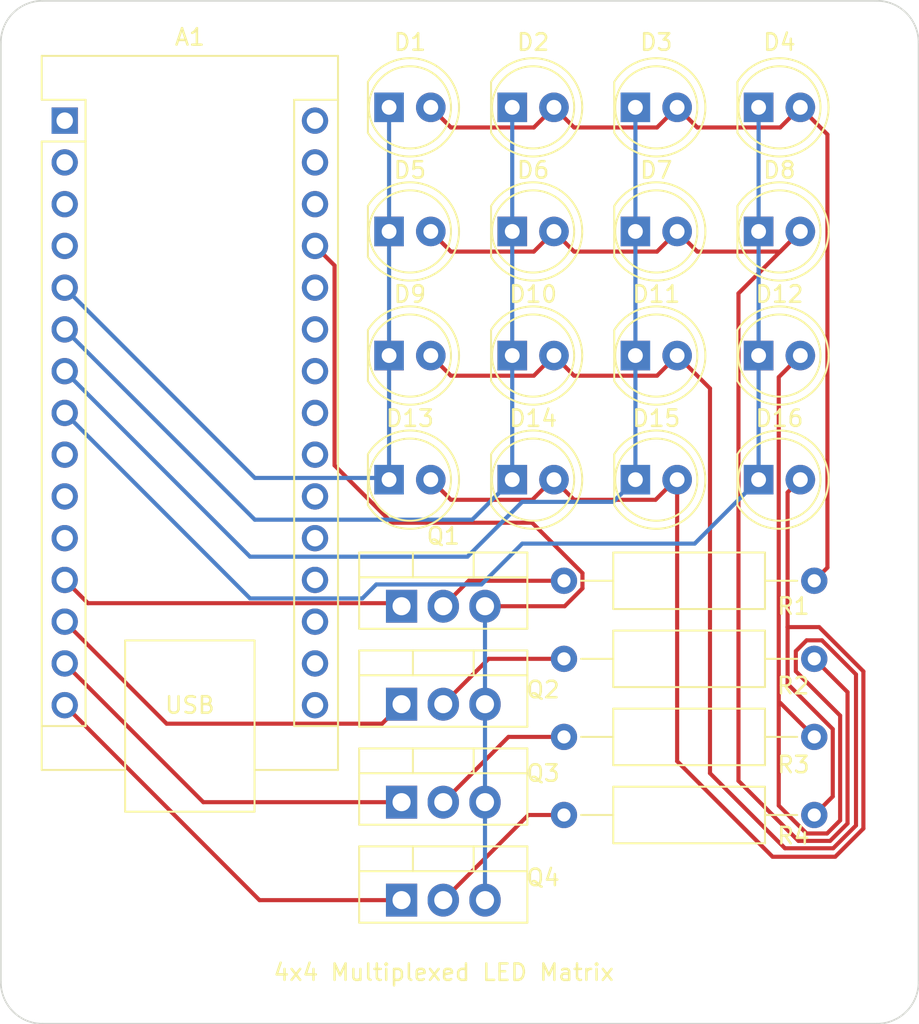
<source format=kicad_pcb>
(kicad_pcb (version 20221018) (generator pcbnew)
  (layers (0 "F.Cu" signal) (31 "B.Cu" signal) (34 "B.Paste" user) (35 "F.Paste" user) (36 "B.SilkS" user "B.Silkscreen") (37 "F.SilkS" user "F.Silkscreen") (38 "B.Mask" user) (39 "F.Mask" user) (44 "Edge.Cuts" user))
  (net 0 "")
  (net 5 "Net-(A1-D2)")
  (net 6 "Net-(A1-D3)")
  (net 7 "Net-(A1-D4)")
  (net 8 "Net-(A1-D5)")
  (net 9 "Net-(A1-D9)")
  (net 10 "Net-(A1-D10)")
  (net 11 "Net-(A1-D11)")
  (net 12 "Net-(A1-D12)")
  (net 23 "Net-(A1-+5V)")
  (net 26 "Net-(D13-A)")
  (net 27 "Net-(D1-A)")
  (net 28 "Net-(D5-A)")
  (net 29 "Net-(D10-A)")
  (net 30 "Net-(Q1-D)")
  (net 31 "Net-(Q2-D)")
  (net 32 "Net-(Q3-D)")
  (net 33 "Net-(Q4-D)")
  (footprint "LED_THT:LED_D5.0mm" (layer "F.Cu") (at 55.39 55.8)
    (fp_text reference "D13" (at 1.27 -3.73) (layer "F.SilkS"))
    (fp_text value "LED_45deg")
    (fp_line (start -1.29 -1.545) (end -1.29 1.545) (stroke (width 0.12)) (layer "F.SilkS"))
    (fp_arc (start -1.29 -1.54483) (mid 2.072002 -2.880433) (end 4.26 0.000462) (stroke (width 0.12)) (layer "F.SilkS"))
    (fp_arc (start 4.26 -0.000462) (mid 2.072002 2.880433) (end -1.29 1.54483) (stroke (width 0.12)) (layer "F.SilkS"))
    (fp_circle (center 1.27 0) (end 3.77 0) (stroke (width 0.12)) (fill none) (layer "F.SilkS"))
    (pad "1" thru_hole rect (at 0 0) (size 1.8 1.8) (drill 0.9) (layers "*.Cu" "*.Mask") (net 5 "Net-(A1-D2)"))
    (pad "2" thru_hole circle (at 2.54 0) (size 1.8 1.8) (drill 0.9) (layers "*.Cu" "*.Mask") (net 26 "Net-(D13-A)"))
  )
  (footprint "LED_THT:LED_D5.0mm" (layer "F.Cu") (at 62.89 55.8)
    (fp_text reference "D14" (at 1.27 -3.73) (layer "F.SilkS"))
    (fp_text value "LED_45deg")
    (fp_line (start -1.29 -1.545) (end -1.29 1.545) (stroke (width 0.12)) (layer "F.SilkS"))
    (fp_arc (start -1.29 -1.54483) (mid 2.072002 -2.880433) (end 4.26 0.000462) (stroke (width 0.12)) (layer "F.SilkS"))
    (fp_arc (start 4.26 -0.000462) (mid 2.072002 2.880433) (end -1.29 1.54483) (stroke (width 0.12)) (layer "F.SilkS"))
    (fp_circle (center 1.27 0) (end 3.77 0) (stroke (width 0.12)) (fill none) (layer "F.SilkS"))
    (pad "1" thru_hole rect (at 0 0) (size 1.8 1.8) (drill 0.9) (layers "*.Cu" "*.Mask") (net 6 "Net-(A1-D3)"))
    (pad "2" thru_hole circle (at 2.54 0) (size 1.8 1.8) (drill 0.9) (layers "*.Cu" "*.Mask") (net 26 "Net-(D13-A)"))
  )
  (footprint "LED_THT:LED_D5.0mm" (layer "F.Cu") (at 70.39 40.7)
    (fp_text reference "D7" (at 1.27 -3.73) (layer "F.SilkS"))
    (fp_text value "LED_45deg")
    (fp_line (start -1.29 -1.545) (end -1.29 1.545) (stroke (width 0.12)) (layer "F.SilkS"))
    (fp_arc (start -1.29 -1.54483) (mid 2.072002 -2.880433) (end 4.26 0.000462) (stroke (width 0.12)) (layer "F.SilkS"))
    (fp_arc (start 4.26 -0.000462) (mid 2.072002 2.880433) (end -1.29 1.54483) (stroke (width 0.12)) (layer "F.SilkS"))
    (fp_circle (center 1.27 0) (end 3.77 0) (stroke (width 0.12)) (fill none) (layer "F.SilkS"))
    (pad "1" thru_hole rect (at 0 0) (size 1.8 1.8) (drill 0.9) (layers "*.Cu" "*.Mask") (net 7 "Net-(A1-D4)"))
    (pad "2" thru_hole circle (at 2.54 0) (size 1.8 1.8) (drill 0.9) (layers "*.Cu" "*.Mask") (net 28 "Net-(D5-A)"))
  )
  (footprint "LED_THT:LED_D5.0mm" (layer "F.Cu") (at 62.89 40.7)
    (fp_text reference "D6" (at 1.27 -3.73) (layer "F.SilkS"))
    (fp_text value "LED_45deg")
    (fp_line (start -1.29 -1.545) (end -1.29 1.545) (stroke (width 0.12)) (layer "F.SilkS"))
    (fp_arc (start -1.29 -1.54483) (mid 2.072002 -2.880433) (end 4.26 0.000462) (stroke (width 0.12)) (layer "F.SilkS"))
    (fp_arc (start 4.26 -0.000462) (mid 2.072002 2.880433) (end -1.29 1.54483) (stroke (width 0.12)) (layer "F.SilkS"))
    (fp_circle (center 1.27 0) (end 3.77 0) (stroke (width 0.12)) (fill none) (layer "F.SilkS"))
    (pad "1" thru_hole rect (at 0 0) (size 1.8 1.8) (drill 0.9) (layers "*.Cu" "*.Mask") (net 6 "Net-(A1-D3)"))
    (pad "2" thru_hole circle (at 2.54 0) (size 1.8 1.8) (drill 0.9) (layers "*.Cu" "*.Mask") (net 28 "Net-(D5-A)"))
  )
  (footprint "LED_THT:LED_D5.0mm" (layer "F.Cu") (at 77.89 40.7)
    (fp_text reference "D8" (at 1.27 -3.73) (layer "F.SilkS"))
    (fp_text value "LED_45deg")
    (fp_line (start -1.29 -1.545) (end -1.29 1.545) (stroke (width 0.12)) (layer "F.SilkS"))
    (fp_arc (start -1.29 -1.54483) (mid 2.072002 -2.880433) (end 4.26 0.000462) (stroke (width 0.12)) (layer "F.SilkS"))
    (fp_arc (start 4.26 -0.000462) (mid 2.072002 2.880433) (end -1.29 1.54483) (stroke (width 0.12)) (layer "F.SilkS"))
    (fp_circle (center 1.27 0) (end 3.77 0) (stroke (width 0.12)) (fill none) (layer "F.SilkS"))
    (pad "1" thru_hole rect (at 0 0) (size 1.8 1.8) (drill 0.9) (layers "*.Cu" "*.Mask") (net 8 "Net-(A1-D5)"))
    (pad "2" thru_hole circle (at 2.54 0) (size 1.8 1.8) (drill 0.9) (layers "*.Cu" "*.Mask") (net 28 "Net-(D5-A)"))
  )
  (footprint "Resistor_THT:R_Axial_DIN0309_L9.0mm_D3.2mm_P15.24mm_Horizontal" (layer "F.Cu") (at 81.28 71.45 180)
    (fp_text reference "R3" (at 1.27 -1.690502) (layer "F.SilkS"))
    (fp_text value "R")
    (fp_line (start 1.04 0) (end 3 0) (stroke (width 0.12)) (layer "F.SilkS"))
    (fp_line (start 3 -1.72) (end 3 1.72) (stroke (width 0.12)) (layer "F.SilkS"))
    (fp_line (start 3 1.72) (end 12.24 1.72) (stroke (width 0.12)) (layer "F.SilkS"))
    (fp_line (start 12.24 -1.72) (end 3 -1.72) (stroke (width 0.12)) (layer "F.SilkS"))
    (fp_line (start 12.24 1.72) (end 12.24 -1.72) (stroke (width 0.12)) (layer "F.SilkS"))
    (fp_line (start 14.2 0) (end 12.24 0) (stroke (width 0.12)) (layer "F.SilkS"))
    (pad "1" thru_hole circle (at 0 0 180) (size 1.6 1.6) (drill 0.8) (layers "*.Cu" "*.Mask") (net 29 "Net-(D10-A)"))
    (pad "2" thru_hole oval (at 15.24 0 180) (size 1.6 1.6) (drill 0.8) (layers "*.Cu" "*.Mask") (net 32 "Net-(Q3-D)"))
  )
  (footprint "Resistor_THT:R_Axial_DIN0309_L9.0mm_D3.2mm_P15.24mm_Horizontal" (layer "F.Cu") (at 81.28 76.2 180)
    (fp_text reference "R4" (at 1.27 -1.27) (layer "F.SilkS"))
    (fp_text value "R")
    (fp_line (start 1.04 0) (end 3 0) (stroke (width 0.12)) (layer "F.SilkS"))
    (fp_line (start 3 -1.72) (end 3 1.72) (stroke (width 0.12)) (layer "F.SilkS"))
    (fp_line (start 3 1.72) (end 12.24 1.72) (stroke (width 0.12)) (layer "F.SilkS"))
    (fp_line (start 12.24 -1.72) (end 3 -1.72) (stroke (width 0.12)) (layer "F.SilkS"))
    (fp_line (start 12.24 1.72) (end 12.24 -1.72) (stroke (width 0.12)) (layer "F.SilkS"))
    (fp_line (start 14.2 0) (end 12.24 0) (stroke (width 0.12)) (layer "F.SilkS"))
    (pad "1" thru_hole circle (at 0 0 180) (size 1.6 1.6) (drill 0.8) (layers "*.Cu" "*.Mask") (net 26 "Net-(D13-A)"))
    (pad "2" thru_hole oval (at 15.24 0 180) (size 1.6 1.6) (drill 0.8) (layers "*.Cu" "*.Mask") (net 33 "Net-(Q4-D)"))
  )
  (footprint "LED_THT:LED_D5.0mm" (layer "F.Cu") (at 62.89 33.15)
    (fp_text reference "D2" (at 1.27 -3.96) (layer "F.SilkS"))
    (fp_text value "LED_45deg")
    (fp_line (start -1.29 -1.545) (end -1.29 1.545) (stroke (width 0.12)) (layer "F.SilkS"))
    (fp_arc (start -1.29 -1.54483) (mid 2.072002 -2.880433) (end 4.26 0.000462) (stroke (width 0.12)) (layer "F.SilkS"))
    (fp_arc (start 4.26 -0.000462) (mid 2.072002 2.880433) (end -1.29 1.54483) (stroke (width 0.12)) (layer "F.SilkS"))
    (fp_circle (center 1.27 0) (end 3.77 0) (stroke (width 0.12)) (fill none) (layer "F.SilkS"))
    (pad "1" thru_hole rect (at 0 0) (size 1.8 1.8) (drill 0.9) (layers "*.Cu" "*.Mask") (net 6 "Net-(A1-D3)"))
    (pad "2" thru_hole circle (at 2.54 0) (size 1.8 1.8) (drill 0.9) (layers "*.Cu" "*.Mask") (net 27 "Net-(D1-A)"))
  )
  (footprint "Module:Arduino_Nano" (layer "F.Cu") (at 35.64 33.96)
    (fp_text reference "A1" (at 7.62 -5.08) (layer "F.SilkS"))
    (fp_text value "Arduino_Nano_v2.x")
    (fp_text user "USB" (at 7.62 35.56 unlocked) (layer "F.SilkS"))
    (fp_line (start -1.4 -3.94) (end -1.4 -1.27) (stroke (width 0.12)) (layer "F.SilkS"))
    (fp_line (start -1.4 1.27) (end -1.4 39.5) (stroke (width 0.12)) (layer "F.SilkS"))
    (fp_line (start -1.4 39.5) (end 3.68 39.5) (stroke (width 0.12)) (layer "F.SilkS"))
    (fp_line (start 1.27 -1.27) (end -1.4 -1.27) (stroke (width 0.12)) (layer "F.SilkS"))
    (fp_line (start 1.27 1.27) (end -1.4 1.27) (stroke (width 0.12)) (layer "F.SilkS"))
    (fp_line (start 1.27 1.27) (end 1.27 -1.27) (stroke (width 0.12)) (layer "F.SilkS"))
    (fp_line (start 1.27 1.27) (end 1.27 36.83) (stroke (width 0.12)) (layer "F.SilkS"))
    (fp_line (start 1.27 36.83) (end -1.4 36.83) (stroke (width 0.12)) (layer "F.SilkS"))
    (fp_line (start 3.68 31.62) (end 11.56 31.62) (stroke (width 0.12)) (layer "F.SilkS"))
    (fp_line (start 3.68 42.04) (end 3.68 31.62) (stroke (width 0.12)) (layer "F.SilkS"))
    (fp_line (start 11.56 31.62) (end 11.56 42.04) (stroke (width 0.12)) (layer "F.SilkS"))
    (fp_line (start 11.56 42.04) (end 3.68 42.04) (stroke (width 0.12)) (layer "F.SilkS"))
    (fp_line (start 13.97 -1.27) (end 13.97 36.83) (stroke (width 0.12)) (layer "F.SilkS"))
    (fp_line (start 13.97 -1.27) (end 16.64 -1.27) (stroke (width 0.12)) (layer "F.SilkS"))
    (fp_line (start 13.97 36.83) (end 16.64 36.83) (stroke (width 0.12)) (layer "F.SilkS"))
    (fp_line (start 16.64 -3.94) (end -1.4 -3.94) (stroke (width 0.12)) (layer "F.SilkS"))
    (fp_line (start 16.64 39.5) (end 11.56 39.5) (stroke (width 0.12)) (layer "F.SilkS"))
    (fp_line (start 16.64 39.5) (end 16.64 -3.94) (stroke (width 0.12)) (layer "F.SilkS"))
    (pad "1" thru_hole rect (at 0 0) (size 1.6 1.6) (drill 1) (layers "*.Cu" "*.Mask"))
    (pad "2" thru_hole oval (at 0 2.54) (size 1.6 1.6) (drill 1) (layers "*.Cu" "*.Mask"))
    (pad "3" thru_hole oval (at 0 5.08) (size 1.6 1.6) (drill 1) (layers "*.Cu" "*.Mask"))
    (pad "4" thru_hole oval (at 0 7.62) (size 1.6 1.6) (drill 1) (layers "*.Cu" "*.Mask"))
    (pad "5" thru_hole oval (at 0 10.16) (size 1.6 1.6) (drill 1) (layers "*.Cu" "*.Mask") (net 5 "Net-(A1-D2)"))
    (pad "6" thru_hole oval (at 0 12.7) (size 1.6 1.6) (drill 1) (layers "*.Cu" "*.Mask") (net 6 "Net-(A1-D3)"))
    (pad "7" thru_hole oval (at 0 15.24) (size 1.6 1.6) (drill 1) (layers "*.Cu" "*.Mask") (net 7 "Net-(A1-D4)"))
    (pad "8" thru_hole oval (at 0 17.78) (size 1.6 1.6) (drill 1) (layers "*.Cu" "*.Mask") (net 8 "Net-(A1-D5)"))
    (pad "9" thru_hole oval (at 0 20.32) (size 1.6 1.6) (drill 1) (layers "*.Cu" "*.Mask"))
    (pad "10" thru_hole oval (at 0 22.86) (size 1.6 1.6) (drill 1) (layers "*.Cu" "*.Mask"))
    (pad "11" thru_hole oval (at 0 25.4) (size 1.6 1.6) (drill 1) (layers "*.Cu" "*.Mask"))
    (pad "12" thru_hole oval (at 0 27.94) (size 1.6 1.6) (drill 1) (layers "*.Cu" "*.Mask") (net 9 "Net-(A1-D9)"))
    (pad "13" thru_hole oval (at 0 30.48) (size 1.6 1.6) (drill 1) (layers "*.Cu" "*.Mask") (net 10 "Net-(A1-D10)"))
    (pad "14" thru_hole oval (at 0 33.02) (size 1.6 1.6) (drill 1) (layers "*.Cu" "*.Mask") (net 11 "Net-(A1-D11)"))
    (pad "15" thru_hole oval (at 0 35.56) (size 1.6 1.6) (drill 1) (layers "*.Cu" "*.Mask") (net 12 "Net-(A1-D12)"))
    (pad "16" thru_hole oval (at 15.24 35.56) (size 1.6 1.6) (drill 1) (layers "*.Cu" "*.Mask"))
    (pad "17" thru_hole oval (at 15.24 33.02) (size 1.6 1.6) (drill 1) (layers "*.Cu" "*.Mask"))
    (pad "18" thru_hole oval (at 15.24 30.48) (size 1.6 1.6) (drill 1) (layers "*.Cu" "*.Mask"))
    (pad "19" thru_hole oval (at 15.24 27.94) (size 1.6 1.6) (drill 1) (layers "*.Cu" "*.Mask"))
    (pad "20" thru_hole oval (at 15.24 25.4) (size 1.6 1.6) (drill 1) (layers "*.Cu" "*.Mask"))
    (pad "21" thru_hole oval (at 15.24 22.86) (size 1.6 1.6) (drill 1) (layers "*.Cu" "*.Mask"))
    (pad "22" thru_hole oval (at 15.24 20.32) (size 1.6 1.6) (drill 1) (layers "*.Cu" "*.Mask"))
    (pad "23" thru_hole oval (at 15.24 17.78) (size 1.6 1.6) (drill 1) (layers "*.Cu" "*.Mask"))
    (pad "24" thru_hole oval (at 15.24 15.24) (size 1.6 1.6) (drill 1) (layers "*.Cu" "*.Mask"))
    (pad "25" thru_hole oval (at 15.24 12.7) (size 1.6 1.6) (drill 1) (layers "*.Cu" "*.Mask"))
    (pad "26" thru_hole oval (at 15.24 10.16) (size 1.6 1.6) (drill 1) (layers "*.Cu" "*.Mask"))
    (pad "27" thru_hole oval (at 15.24 7.62) (size 1.6 1.6) (drill 1) (layers "*.Cu" "*.Mask") (net 23 "Net-(A1-+5V)"))
    (pad "28" thru_hole oval (at 15.24 5.08) (size 1.6 1.6) (drill 1) (layers "*.Cu" "*.Mask"))
    (pad "29" thru_hole oval (at 15.24 2.54) (size 1.6 1.6) (drill 1) (layers "*.Cu" "*.Mask"))
    (pad "30" thru_hole oval (at 15.24 0) (size 1.6 1.6) (drill 1) (layers "*.Cu" "*.Mask"))
  )
  (footprint "Resistor_THT:R_Axial_DIN0309_L9.0mm_D3.2mm_P15.24mm_Horizontal" (layer "F.Cu") (at 81.28 66.7 180)
    (fp_text reference "R2" (at 1.288479 -1.641255) (layer "F.SilkS"))
    (fp_text value "R")
    (fp_line (start 1.04 0) (end 3 0) (stroke (width 0.12)) (layer "F.SilkS"))
    (fp_line (start 3 -1.72) (end 3 1.72) (stroke (width 0.12)) (layer "F.SilkS"))
    (fp_line (start 3 1.72) (end 12.24 1.72) (stroke (width 0.12)) (layer "F.SilkS"))
    (fp_line (start 12.24 -1.72) (end 3 -1.72) (stroke (width 0.12)) (layer "F.SilkS"))
    (fp_line (start 12.24 1.72) (end 12.24 -1.72) (stroke (width 0.12)) (layer "F.SilkS"))
    (fp_line (start 14.2 0) (end 12.24 0) (stroke (width 0.12)) (layer "F.SilkS"))
    (pad "1" thru_hole circle (at 0 0 180) (size 1.6 1.6) (drill 0.8) (layers "*.Cu" "*.Mask") (net 28 "Net-(D5-A)"))
    (pad "2" thru_hole oval (at 15.24 0 180) (size 1.6 1.6) (drill 0.8) (layers "*.Cu" "*.Mask") (net 31 "Net-(Q2-D)"))
  )
  (footprint "LED_THT:LED_D5.0mm" (layer "F.Cu") (at 77.89 55.8)
    (fp_text reference "D16" (at 1.27 -3.73) (layer "F.SilkS"))
    (fp_text value "LED_45deg")
    (fp_line (start -1.29 -1.545) (end -1.29 1.545) (stroke (width 0.12)) (layer "F.SilkS"))
    (fp_arc (start -1.29 -1.54483) (mid 2.072002 -2.880433) (end 4.26 0.000462) (stroke (width 0.12)) (layer "F.SilkS"))
    (fp_arc (start 4.26 -0.000462) (mid 2.072002 2.880433) (end -1.29 1.54483) (stroke (width 0.12)) (layer "F.SilkS"))
    (fp_circle (center 1.27 0) (end 3.77 0) (stroke (width 0.12)) (fill none) (layer "F.SilkS"))
    (pad "1" thru_hole rect (at 0 0) (size 1.8 1.8) (drill 0.9) (layers "*.Cu" "*.Mask") (net 8 "Net-(A1-D5)"))
    (pad "2" thru_hole circle (at 2.54 0) (size 1.8 1.8) (drill 0.9) (layers "*.Cu" "*.Mask") (net 26 "Net-(D13-A)"))
  )
  (footprint "LED_THT:LED_D5.0mm" (layer "F.Cu") (at 77.89 48.25)
    (fp_text reference "D12" (at 1.27 -3.73) (layer "F.SilkS"))
    (fp_text value "LED_45deg")
    (fp_line (start -1.29 -1.545) (end -1.29 1.545) (stroke (width 0.12)) (layer "F.SilkS"))
    (fp_arc (start -1.29 -1.54483) (mid 2.072002 -2.880433) (end 4.26 0.000462) (stroke (width 0.12)) (layer "F.SilkS"))
    (fp_arc (start 4.26 -0.000462) (mid 2.072002 2.880433) (end -1.29 1.54483) (stroke (width 0.12)) (layer "F.SilkS"))
    (fp_circle (center 1.27 0) (end 3.77 0) (stroke (width 0.12)) (fill none) (layer "F.SilkS"))
    (pad "1" thru_hole rect (at 0 0) (size 1.8 1.8) (drill 0.9) (layers "*.Cu" "*.Mask") (net 8 "Net-(A1-D5)"))
    (pad "2" thru_hole circle (at 2.54 0) (size 1.8 1.8) (drill 0.9) (layers "*.Cu" "*.Mask") (net 29 "Net-(D10-A)"))
  )
  (footprint "LED_THT:LED_D5.0mm" (layer "F.Cu") (at 77.89 33.15)
    (fp_text reference "D4" (at 1.27 -3.96) (layer "F.SilkS"))
    (fp_text value "LED_45deg")
    (fp_line (start -1.29 -1.545) (end -1.29 1.545) (stroke (width 0.12)) (layer "F.SilkS"))
    (fp_arc (start -1.29 -1.54483) (mid 2.072002 -2.880433) (end 4.26 0.000462) (stroke (width 0.12)) (layer "F.SilkS"))
    (fp_arc (start 4.26 -0.000462) (mid 2.072002 2.880433) (end -1.29 1.54483) (stroke (width 0.12)) (layer "F.SilkS"))
    (fp_circle (center 1.27 0) (end 3.77 0) (stroke (width 0.12)) (fill none) (layer "F.SilkS"))
    (pad "1" thru_hole rect (at 0 0) (size 1.8 1.8) (drill 0.9) (layers "*.Cu" "*.Mask") (net 8 "Net-(A1-D5)"))
    (pad "2" thru_hole circle (at 2.54 0) (size 1.8 1.8) (drill 0.9) (layers "*.Cu" "*.Mask") (net 27 "Net-(D1-A)"))
  )
  (footprint "LED_THT:LED_D5.0mm" (layer "F.Cu") (at 55.39 48.25)
    (fp_text reference "D9" (at 1.27 -3.73) (layer "F.SilkS"))
    (fp_text value "LED_45deg")
    (fp_line (start -1.29 -1.545) (end -1.29 1.545) (stroke (width 0.12)) (layer "F.SilkS"))
    (fp_arc (start -1.29 -1.54483) (mid 2.072002 -2.880433) (end 4.26 0.000462) (stroke (width 0.12)) (layer "F.SilkS"))
    (fp_arc (start 4.26 -0.000462) (mid 2.072002 2.880433) (end -1.29 1.54483) (stroke (width 0.12)) (layer "F.SilkS"))
    (fp_circle (center 1.27 0) (end 3.77 0) (stroke (width 0.12)) (fill none) (layer "F.SilkS"))
    (pad "1" thru_hole rect (at 0 0) (size 1.8 1.8) (drill 0.9) (layers "*.Cu" "*.Mask") (net 5 "Net-(A1-D2)"))
    (pad "2" thru_hole circle (at 2.54 0) (size 1.8 1.8) (drill 0.9) (layers "*.Cu" "*.Mask") (net 29 "Net-(D10-A)"))
  )
  (footprint "Package_TO_SOT_THT:TO-220-3_Vertical" (layer "F.Cu") (at 56.15 63.5)
    (fp_text reference "Q1" (at 2.54 -4.27) (layer "F.SilkS"))
    (fp_text value "IRF740")
    (fp_line (start -2.58 -3.27) (end -2.58 1.371) (stroke (width 0.12)) (layer "F.SilkS"))
    (fp_line (start -2.58 -3.27) (end 7.66 -3.27) (stroke (width 0.12)) (layer "F.SilkS"))
    (fp_line (start -2.58 -1.76) (end 7.66 -1.76) (stroke (width 0.12)) (layer "F.SilkS"))
    (fp_line (start -2.58 1.371) (end 7.66 1.371) (stroke (width 0.12)) (layer "F.SilkS"))
    (fp_line (start 0.69 -3.27) (end 0.69 -1.76) (stroke (width 0.12)) (layer "F.SilkS"))
    (fp_line (start 4.391 -3.27) (end 4.391 -1.76) (stroke (width 0.12)) (layer "F.SilkS"))
    (fp_line (start 7.66 -3.27) (end 7.66 1.371) (stroke (width 0.12)) (layer "F.SilkS"))
    (pad "1" thru_hole rect (at 0 0) (size 1.905 2) (drill 1.1) (layers "*.Cu" "*.Mask") (net 9 "Net-(A1-D9)"))
    (pad "2" thru_hole oval (at 2.54 0) (size 1.905 2) (drill 1.1) (layers "*.Cu" "*.Mask") (net 30 "Net-(Q1-D)"))
    (pad "3" thru_hole oval (at 5.08 0) (size 1.905 2) (drill 1.1) (layers "*.Cu" "*.Mask") (net 23 "Net-(A1-+5V)"))
  )
  (footprint "LED_THT:LED_D5.0mm" (layer "F.Cu") (at 70.39 33.15)
    (fp_text reference "D3" (at 1.27 -3.96) (layer "F.SilkS"))
    (fp_text value "LED_45deg")
    (fp_line (start -1.29 -1.545) (end -1.29 1.545) (stroke (width 0.12)) (layer "F.SilkS"))
    (fp_arc (start -1.29 -1.54483) (mid 2.072002 -2.880433) (end 4.26 0.000462) (stroke (width 0.12)) (layer "F.SilkS"))
    (fp_arc (start 4.26 -0.000462) (mid 2.072002 2.880433) (end -1.29 1.54483) (stroke (width 0.12)) (layer "F.SilkS"))
    (fp_circle (center 1.27 0) (end 3.77 0) (stroke (width 0.12)) (fill none) (layer "F.SilkS"))
    (pad "1" thru_hole rect (at 0 0) (size 1.8 1.8) (drill 0.9) (layers "*.Cu" "*.Mask") (net 7 "Net-(A1-D4)"))
    (pad "2" thru_hole circle (at 2.54 0) (size 1.8 1.8) (drill 0.9) (layers "*.Cu" "*.Mask") (net 27 "Net-(D1-A)"))
  )
  (footprint "Package_TO_SOT_THT:TO-220-3_Vertical" (layer "F.Cu") (at 56.15 75.42)
    (fp_text reference "Q3" (at 8.62 -1.76) (layer "F.SilkS"))
    (fp_text value "IRF740")
    (fp_line (start -2.58 -3.27) (end -2.58 1.371) (stroke (width 0.12)) (layer "F.SilkS"))
    (fp_line (start -2.58 -3.27) (end 7.66 -3.27) (stroke (width 0.12)) (layer "F.SilkS"))
    (fp_line (start -2.58 -1.76) (end 7.66 -1.76) (stroke (width 0.12)) (layer "F.SilkS"))
    (fp_line (start -2.58 1.371) (end 7.66 1.371) (stroke (width 0.12)) (layer "F.SilkS"))
    (fp_line (start 0.69 -3.27) (end 0.69 -1.76) (stroke (width 0.12)) (layer "F.SilkS"))
    (fp_line (start 4.391 -3.27) (end 4.391 -1.76) (stroke (width 0.12)) (layer "F.SilkS"))
    (fp_line (start 7.66 -3.27) (end 7.66 1.371) (stroke (width 0.12)) (layer "F.SilkS"))
    (pad "1" thru_hole rect (at 0 0) (size 1.905 2) (drill 1.1) (layers "*.Cu" "*.Mask") (net 11 "Net-(A1-D11)"))
    (pad "2" thru_hole oval (at 2.54 0) (size 1.905 2) (drill 1.1) (layers "*.Cu" "*.Mask") (net 32 "Net-(Q3-D)"))
    (pad "3" thru_hole oval (at 5.08 0) (size 1.905 2) (drill 1.1) (layers "*.Cu" "*.Mask") (net 23 "Net-(A1-+5V)"))
  )
  (footprint "LED_THT:LED_D5.0mm" (layer "F.Cu") (at 70.39 55.8)
    (fp_text reference "D15" (at 1.27 -3.73) (layer "F.SilkS"))
    (fp_text value "LED_45deg")
    (fp_line (start -1.29 -1.545) (end -1.29 1.545) (stroke (width 0.12)) (layer "F.SilkS"))
    (fp_arc (start -1.29 -1.54483) (mid 2.072002 -2.880433) (end 4.26 0.000462) (stroke (width 0.12)) (layer "F.SilkS"))
    (fp_arc (start 4.26 -0.000462) (mid 2.072002 2.880433) (end -1.29 1.54483) (stroke (width 0.12)) (layer "F.SilkS"))
    (fp_circle (center 1.27 0) (end 3.77 0) (stroke (width 0.12)) (fill none) (layer "F.SilkS"))
    (pad "1" thru_hole rect (at 0 0) (size 1.8 1.8) (drill 0.9) (layers "*.Cu" "*.Mask") (net 7 "Net-(A1-D4)"))
    (pad "2" thru_hole circle (at 2.54 0) (size 1.8 1.8) (drill 0.9) (layers "*.Cu" "*.Mask") (net 26 "Net-(D13-A)"))
  )
  (footprint "Package_TO_SOT_THT:TO-220-3_Vertical" (layer "F.Cu") (at 56.15 69.46)
    (fp_text reference "Q2" (at 8.62 -0.88) (layer "F.SilkS"))
    (fp_text value "IRF740")
    (fp_line (start -2.58 -3.27) (end -2.58 1.371) (stroke (width 0.12)) (layer "F.SilkS"))
    (fp_line (start -2.58 -3.27) (end 7.66 -3.27) (stroke (width 0.12)) (layer "F.SilkS"))
    (fp_line (start -2.58 -1.76) (end 7.66 -1.76) (stroke (width 0.12)) (layer "F.SilkS"))
    (fp_line (start -2.58 1.371) (end 7.66 1.371) (stroke (width 0.12)) (layer "F.SilkS"))
    (fp_line (start 0.69 -3.27) (end 0.69 -1.76) (stroke (width 0.12)) (layer "F.SilkS"))
    (fp_line (start 4.391 -3.27) (end 4.391 -1.76) (stroke (width 0.12)) (layer "F.SilkS"))
    (fp_line (start 7.66 -3.27) (end 7.66 1.371) (stroke (width 0.12)) (layer "F.SilkS"))
    (pad "1" thru_hole rect (at 0 0) (size 1.905 2) (drill 1.1) (layers "*.Cu" "*.Mask") (net 10 "Net-(A1-D10)"))
    (pad "2" thru_hole oval (at 2.54 0) (size 1.905 2) (drill 1.1) (layers "*.Cu" "*.Mask") (net 31 "Net-(Q2-D)"))
    (pad "3" thru_hole oval (at 5.08 0) (size 1.905 2) (drill 1.1) (layers "*.Cu" "*.Mask") (net 23 "Net-(A1-+5V)"))
  )
  (footprint "LED_THT:LED_D5.0mm" (layer "F.Cu") (at 70.39 48.25)
    (fp_text reference "D11" (at 1.27 -3.73) (layer "F.SilkS"))
    (fp_text value "LED_45deg")
    (fp_line (start -1.29 -1.545) (end -1.29 1.545) (stroke (width 0.12)) (layer "F.SilkS"))
    (fp_arc (start -1.29 -1.54483) (mid 2.072002 -2.880433) (end 4.26 0.000462) (stroke (width 0.12)) (layer "F.SilkS"))
    (fp_arc (start 4.26 -0.000462) (mid 2.072002 2.880433) (end -1.29 1.54483) (stroke (width 0.12)) (layer "F.SilkS"))
    (fp_circle (center 1.27 0) (end 3.77 0) (stroke (width 0.12)) (fill none) (layer "F.SilkS"))
    (pad "1" thru_hole rect (at 0 0) (size 1.8 1.8) (drill 0.9) (layers "*.Cu" "*.Mask") (net 7 "Net-(A1-D4)"))
    (pad "2" thru_hole circle (at 2.54 0) (size 1.8 1.8) (drill 0.9) (layers "*.Cu" "*.Mask") (net 29 "Net-(D10-A)"))
  )
  (footprint "Resistor_THT:R_Axial_DIN0309_L9.0mm_D3.2mm_P15.24mm_Horizontal" (layer "F.Cu") (at 81.28 61.95 180)
    (fp_text reference "R1" (at 1.27 -1.55) (layer "F.SilkS"))
    (fp_text value "R")
    (fp_line (start 1.04 0) (end 3 0) (stroke (width 0.12)) (layer "F.SilkS"))
    (fp_line (start 3 -1.72) (end 3 1.72) (stroke (width 0.12)) (layer "F.SilkS"))
    (fp_line (start 3 1.72) (end 12.24 1.72) (stroke (width 0.12)) (layer "F.SilkS"))
    (fp_line (start 12.24 -1.72) (end 3 -1.72) (stroke (width 0.12)) (layer "F.SilkS"))
    (fp_line (start 12.24 1.72) (end 12.24 -1.72) (stroke (width 0.12)) (layer "F.SilkS"))
    (fp_line (start 14.2 0) (end 12.24 0) (stroke (width 0.12)) (layer "F.SilkS"))
    (pad "1" thru_hole circle (at 0 0 180) (size 1.6 1.6) (drill 0.8) (layers "*.Cu" "*.Mask") (net 27 "Net-(D1-A)"))
    (pad "2" thru_hole oval (at 15.24 0 180) (size 1.6 1.6) (drill 0.8) (layers "*.Cu" "*.Mask") (net 30 "Net-(Q1-D)"))
  )
  (footprint "LED_THT:LED_D5.0mm" (layer "F.Cu") (at 55.39 40.7)
    (fp_text reference "D5" (at 1.27 -3.73) (layer "F.SilkS"))
    (fp_text value "LED_45deg")
    (fp_line (start -1.29 -1.545) (end -1.29 1.545) (stroke (width 0.12)) (layer "F.SilkS"))
    (fp_arc (start -1.29 -1.54483) (mid 2.072002 -2.880433) (end 4.26 0.000462) (stroke (width 0.12)) (layer "F.SilkS"))
    (fp_arc (start 4.26 -0.000462) (mid 2.072002 2.880433) (end -1.29 1.54483) (stroke (width 0.12)) (layer "F.SilkS"))
    (fp_circle (center 1.27 0) (end 3.77 0) (stroke (width 0.12)) (fill none) (layer "F.SilkS"))
    (pad "1" thru_hole rect (at 0 0) (size 1.8 1.8) (drill 0.9) (layers "*.Cu" "*.Mask") (net 5 "Net-(A1-D2)"))
    (pad "2" thru_hole circle (at 2.54 0) (size 1.8 1.8) (drill 0.9) (layers "*.Cu" "*.Mask") (net 28 "Net-(D5-A)"))
  )
  (footprint "Package_TO_SOT_THT:TO-220-3_Vertical" (layer "F.Cu") (at 56.15 81.38)
    (fp_text reference "Q4" (at 8.62 -1.37) (layer "F.SilkS"))
    (fp_text value "IRF740")
    (fp_line (start -2.58 -3.27) (end -2.58 1.371) (stroke (width 0.12)) (layer "F.SilkS"))
    (fp_line (start -2.58 -3.27) (end 7.66 -3.27) (stroke (width 0.12)) (layer "F.SilkS"))
    (fp_line (start -2.58 -1.76) (end 7.66 -1.76) (stroke (width 0.12)) (layer "F.SilkS"))
    (fp_line (start -2.58 1.371) (end 7.66 1.371) (stroke (width 0.12)) (layer "F.SilkS"))
    (fp_line (start 0.69 -3.27) (end 0.69 -1.76) (stroke (width 0.12)) (layer "F.SilkS"))
    (fp_line (start 4.391 -3.27) (end 4.391 -1.76) (stroke (width 0.12)) (layer "F.SilkS"))
    (fp_line (start 7.66 -3.27) (end 7.66 1.371) (stroke (width 0.12)) (layer "F.SilkS"))
    (pad "1" thru_hole rect (at 0 0) (size 1.905 2) (drill 1.1) (layers "*.Cu" "*.Mask") (net 12 "Net-(A1-D12)"))
    (pad "2" thru_hole oval (at 2.54 0) (size 1.905 2) (drill 1.1) (layers "*.Cu" "*.Mask") (net 33 "Net-(Q4-D)"))
    (pad "3" thru_hole oval (at 5.08 0) (size 1.905 2) (drill 1.1) (layers "*.Cu" "*.Mask") (net 23 "Net-(A1-+5V)"))
  )
  (footprint "LED_THT:LED_D5.0mm" (layer "F.Cu") (at 55.39 33.15)
    (fp_text reference "D1" (at 1.27 -3.96) (layer "F.SilkS"))
    (fp_text value "LED_45deg")
    (fp_line (start -1.29 -1.545) (end -1.29 1.545) (stroke (width 0.12)) (layer "F.SilkS"))
    (fp_arc (start -1.29 -1.54483) (mid 2.072002 -2.880433) (end 4.26 0.000462) (stroke (width 0.12)) (layer "F.SilkS"))
    (fp_arc (start 4.26 -0.000462) (mid 2.072002 2.880433) (end -1.29 1.54483) (stroke (width 0.12)) (layer "F.SilkS"))
    (fp_circle (center 1.27 0) (end 3.77 0) (stroke (width 0.12)) (fill none) (layer "F.SilkS"))
    (pad "1" thru_hole rect (at 0 0) (size 1.8 1.8) (drill 0.9) (layers "*.Cu" "*.Mask") (net 5 "Net-(A1-D2)"))
    (pad "2" thru_hole circle (at 2.54 0) (size 1.8 1.8) (drill 0.9) (layers "*.Cu" "*.Mask") (net 27 "Net-(D1-A)"))
  )
  (footprint "LED_THT:LED_D5.0mm" (layer "F.Cu") (at 62.89 48.25)
    (fp_text reference "D10" (at 1.27 -3.73) (layer "F.SilkS"))
    (fp_text value "LED_45deg")
    (fp_line (start -1.29 -1.545) (end -1.29 1.545) (stroke (width 0.12)) (layer "F.SilkS"))
    (fp_arc (start -1.29 -1.54483) (mid 2.072002 -2.880433) (end 4.26 0.000462) (stroke (width 0.12)) (layer "F.SilkS"))
    (fp_arc (start 4.26 -0.000462) (mid 2.072002 2.880433) (end -1.29 1.54483) (stroke (width 0.12)) (layer "F.SilkS"))
    (fp_circle (center 1.27 0) (end 3.77 0) (stroke (width 0.12)) (fill none) (layer "F.SilkS"))
    (pad "1" thru_hole rect (at 0 0) (size 1.8 1.8) (drill 0.9) (layers "*.Cu" "*.Mask") (net 6 "Net-(A1-D3)"))
    (pad "2" thru_hole circle (at 2.54 0) (size 1.8 1.8) (drill 0.9) (layers "*.Cu" "*.Mask") (net 29 "Net-(D10-A)"))
  )
  (gr_line (start 87.63 29.21) (end 87.63 86.36) (stroke (width 0.1)) (layer "Edge.Cuts"))
  (gr_line (start 85.09 88.9) (end 34.29 88.9) (stroke (width 0.1)) (layer "Edge.Cuts"))
  (gr_arc (start 34.29 88.9) (mid 32.493949 88.156051) (end 31.75 86.36) (stroke (width 0.1)) (layer "Edge.Cuts"))
  (gr_line (start 31.75 86.36) (end 31.75 29.21) (stroke (width 0.1)) (layer "Edge.Cuts"))
  (gr_arc (start 87.63 86.36) (mid 86.886051 88.156051) (end 85.09 88.9) (stroke (width 0.1)) (layer "Edge.Cuts"))
  (gr_arc (start 31.75 29.21) (mid 32.493949 27.413949) (end 34.29 26.67) (stroke (width 0.1)) (layer "Edge.Cuts"))
  (gr_arc (start 85.09 26.67) (mid 86.886051 27.413949) (end 87.63 29.21) (stroke (width 0.1)) (layer "Edge.Cuts"))
  (gr_line (start 34.29 26.67) (end 85.09 26.67) (stroke (width 0.1)) (layer "Edge.Cuts"))
  (gr_text "4x4 Multiplexed LED Matrix" (at 48.26 86.36) (layer "F.SilkS") (effects (font (size 1 1)) (justify left bottom)))
  (segment (start 55.39 55.8) (end 55.39 48.25) (width 0.25) (layer "B.Cu") (net 5))
  (segment (start 47.215 55.695) (end 35.64 44.12) (width 0.25) (layer "B.Cu") (net 5))
  (segment (start 55.285 55.695) (end 47.215 55.695) (width 0.25) (layer "B.Cu") (net 5))
  (segment (start 55.39 48.25) (end 55.39 40.7) (width 0.25) (layer "B.Cu") (net 5))
  (segment (start 55.39 55.8) (end 55.285 55.695) (width 0.25) (layer "B.Cu") (net 5))
  (segment (start 55.39 40.7) (end 55.145 40.455) (width 0.25) (layer "B.Cu") (net 5))
  (segment (start 55.39 40.7) (end 55.39 33.15) (width 0.25) (layer "B.Cu") (net 5))
  (segment (start 62.89 40.7) (end 62.89 48.25) (width 0.25) (layer "B.Cu") (net 6))
  (segment (start 62.89 33.15) (end 62.89 40.7) (width 0.25) (layer "B.Cu") (net 6))
  (segment (start 62.89 55.8) (end 60.455 58.235) (width 0.25) (layer "B.Cu") (net 6))
  (segment (start 47.215 58.235) (end 35.64 46.66) (width 0.25) (layer "B.Cu") (net 6))
  (segment (start 62.89 48.25) (end 62.89 55.8) (width 0.25) (layer "B.Cu") (net 6))
  (segment (start 60.455 58.235) (end 47.215 58.235) (width 0.25) (layer "B.Cu") (net 6))
  (segment (start 70.39 33.15) (end 70.39 40.7) (width 0.25) (layer "B.Cu") (net 7))
  (segment (start 60.165 60.485) (end 46.925 60.485) (width 0.25) (layer "B.Cu") (net 7))
  (segment (start 70.39 55.8) (end 69.04 57.15) (width 0.25) (layer "B.Cu") (net 7))
  (segment (start 70.39 40.7) (end 70.39 48.25) (width 0.25) (layer "B.Cu") (net 7))
  (segment (start 70.39 48.25) (end 70.39 55.8) (width 0.25) (layer "B.Cu") (net 7))
  (segment (start 69.04 57.15) (end 63.5 57.15) (width 0.25) (layer "B.Cu") (net 7))
  (segment (start 46.925 60.485) (end 35.64 49.2) (width 0.25) (layer "B.Cu") (net 7))
  (segment (start 63.5 57.15) (end 60.165 60.485) (width 0.25) (layer "B.Cu") (net 7))
  (segment (start 77.89 33.15) (end 77.89 40.7) (width 0.25) (layer "B.Cu") (net 8))
  (segment (start 46.925 63.025) (end 35.64 51.74) (width 0.25) (layer "B.Cu") (net 8))
  (segment (start 77.89 48.25) (end 77.89 55.8) (width 0.25) (layer "B.Cu") (net 8))
  (segment (start 74 59.69) (end 63.5 59.69) (width 0.25) (layer "B.Cu") (net 8))
  (segment (start 77.89 55.8) (end 74 59.69) (width 0.25) (layer "B.Cu") (net 8))
  (segment (start 63.5 59.69) (end 61.015 62.175) (width 0.25) (layer "B.Cu") (net 8))
  (segment (start 53.76 63.025) (end 46.925 63.025) (width 0.25) (layer "B.Cu") (net 8))
  (segment (start 54.61 62.175) (end 53.76 63.025) (width 0.25) (layer "B.Cu") (net 8))
  (segment (start 77.89 40.7) (end 77.89 48.25) (width 0.25) (layer "B.Cu") (net 8))
  (segment (start 61.015 62.175) (end 54.61 62.175) (width 0.25) (layer "B.Cu") (net 8))
  (segment (start 55.965 63.315) (end 37.055 63.315) (width 0.25) (layer "F.Cu") (net 9))
  (segment (start 37.055 63.315) (end 35.64 61.9) (width 0.25) (layer "F.Cu") (net 9))
  (segment (start 56.15 63.5) (end 55.965 63.315) (width 0.25) (layer "F.Cu") (net 9))
  (segment (start 41.845 70.645) (end 35.64 64.44) (width 0.25) (layer "F.Cu") (net 10))
  (segment (start 54.965 70.645) (end 41.845 70.645) (width 0.25) (layer "F.Cu") (net 10))
  (segment (start 56.15 69.46) (end 54.965 70.645) (width 0.25) (layer "F.Cu") (net 10))
  (segment (start 56.15 75.42) (end 44.08 75.42) (width 0.25) (layer "F.Cu") (net 11))
  (segment (start 44.08 75.42) (end 35.64 66.98) (width 0.25) (layer "F.Cu") (net 11))
  (segment (start 56.15 81.38) (end 47.5 81.38) (width 0.25) (layer "F.Cu") (net 12))
  (segment (start 47.5 81.38) (end 35.64 69.52) (width 0.25) (layer "F.Cu") (net 12))
  (segment (start 67.165 62.415991) (end 67.165 61.484009) (width 0.25) (layer "F.Cu") (net 23))
  (segment (start 64.100991 58.42) (end 55.56 58.42) (width 0.25) (layer "F.Cu") (net 23))
  (segment (start 52.07 54.93) (end 52.07 42.77) (width 0.25) (layer "F.Cu") (net 23))
  (segment (start 67.165 61.484009) (end 64.100991 58.42) (width 0.25) (layer "F.Cu") (net 23))
  (segment (start 61.23 63.5) (end 66.080991 63.5) (width 0.25) (layer "F.Cu") (net 23))
  (segment (start 66.080991 63.5) (end 67.165 62.415991) (width 0.25) (layer "F.Cu") (net 23))
  (segment (start 52.07 42.77) (end 50.88 41.58) (width 0.25) (layer "F.Cu") (net 23))
  (segment (start 55.56 58.42) (end 52.07 54.93) (width 0.25) (layer "F.Cu") (net 23))
  (segment (start 61.23 69.46) (end 61.23 75.42) (width 0.25) (layer "B.Cu") (net 23))
  (segment (start 61.23 75.42) (end 61.23 81.38) (width 0.25) (layer "B.Cu") (net 23))
  (segment (start 61.23 63.5) (end 61.23 69.46) (width 0.25) (layer "B.Cu") (net 23))
  (segment (start 82.552793 78.74) (end 84.27 77.022793) (width 0.25) (layer "F.Cu") (net 26))
  (segment (start 84.27 67.462613) (end 81.577387 64.77) (width 0.25) (layer "F.Cu") (net 26))
  (segment (start 79.655 56.575) (end 80.43 55.8) (width 0.25) (layer "F.Cu") (net 26))
  (segment (start 72.93 72.93) (end 78.74 78.74) (width 0.25) (layer "F.Cu") (net 26))
  (segment (start 81.577387 64.77) (end 79.655 64.77) (width 0.25) (layer "F.Cu") (net 26))
  (segment (start 81.28 76.2) (end 82.405 75.075) (width 0.25) (layer "F.Cu") (net 26))
  (segment (start 65.34 55.8) (end 64.115 57.025) (width 0.25) (layer "F.Cu") (net 26))
  (segment (start 79.655 64.77) (end 79.655 56.575) (width 0.25) (layer "F.Cu") (net 26))
  (segment (start 78.74 78.74) (end 82.552793 78.74) (width 0.25) (layer "F.Cu") (net 26))
  (segment (start 82.405 70.975) (end 79.655 68.225) (width 0.25) (layer "F.Cu") (net 26))
  (segment (start 72.93 55.8) (end 72.93 72.93) (width 0.25) (layer "F.Cu") (net 26))
  (segment (start 84.27 77.022793) (end 84.27 67.462613) (width 0.25) (layer "F.Cu") (net 26))
  (segment (start 66.655 57.025) (end 65.43 55.8) (width 0.25) (layer "F.Cu") (net 26))
  (segment (start 72.84 55.8) (end 71.615 57.025) (width 0.25) (layer "F.Cu") (net 26))
  (segment (start 71.615 57.025) (end 66.655 57.025) (width 0.25) (layer "F.Cu") (net 26))
  (segment (start 59.155 57.025) (end 57.93 55.8) (width 0.25) (layer "F.Cu") (net 26))
  (segment (start 82.405 75.075) (end 82.405 70.975) (width 0.25) (layer "F.Cu") (net 26))
  (segment (start 72.93 55.8) (end 72.84 55.8) (width 0.25) (layer "F.Cu") (net 26))
  (segment (start 79.655 68.225) (end 79.655 64.77) (width 0.25) (layer "F.Cu") (net 26))
  (segment (start 64.115 57.025) (end 59.155 57.025) (width 0.25) (layer "F.Cu") (net 26))
  (segment (start 65.43 55.8) (end 65.34 55.8) (width 0.25) (layer "F.Cu") (net 26))
  (segment (start 71.705 34.375) (end 66.655 34.375) (width 0.25) (layer "F.Cu") (net 27))
  (segment (start 59.155 34.375) (end 57.93 33.15) (width 0.25) (layer "F.Cu") (net 27))
  (segment (start 65.43 33.15) (end 64.205 34.375) (width 0.25) (layer "F.Cu") (net 27))
  (segment (start 81.28 61.95) (end 82.079999 61.150001) (width 0.25) (layer "F.Cu") (net 27))
  (segment (start 72.93 33.15) (end 71.705 34.375) (width 0.25) (layer "F.Cu") (net 27))
  (segment (start 64.205 34.375) (end 59.155 34.375) (width 0.25) (layer "F.Cu") (net 27))
  (segment (start 82.079999 61.150001) (end 82.079999 34.799999) (width 0.25) (layer "F.Cu") (net 27))
  (segment (start 79.205 34.375) (end 74.155 34.375) (width 0.25) (layer "F.Cu") (net 27))
  (segment (start 80.43 33.15) (end 79.205 34.375) (width 0.25) (layer "F.Cu") (net 27))
  (segment (start 74.155 34.375) (end 72.93 33.15) (width 0.25) (layer "F.Cu") (net 27))
  (segment (start 82.079999 34.799999) (end 80.43 33.15) (width 0.25) (layer "F.Cu") (net 27))
  (segment (start 66.655 34.375) (end 65.43 33.15) (width 0.25) (layer "F.Cu") (net 27))
  (segment (start 79.205 41.925) (end 74.155 41.925) (width 0.25) (layer "F.Cu") (net 28))
  (segment (start 76.665 44.465) (end 80.43 40.7) (width 0.25) (layer "F.Cu") (net 28))
  (segment (start 64.205 41.925) (end 59.155 41.925) (width 0.25) (layer "F.Cu") (net 28))
  (segment (start 80.315 77.775) (end 76.665 74.125) (width 0.25) (layer "F.Cu") (net 28))
  (segment (start 66.655 41.925) (end 65.43 40.7) (width 0.25) (layer "F.Cu") (net 28))
  (segment (start 81.28 66.7) (end 83.305 68.725) (width 0.25) (layer "F.Cu") (net 28))
  (segment (start 59.155 41.925) (end 57.93 40.7) (width 0.25) (layer "F.Cu") (net 28))
  (segment (start 76.665 74.125) (end 76.665 44.465) (width 0.25) (layer "F.Cu") (net 28))
  (segment (start 65.43 40.7) (end 64.205 41.925) (width 0.25) (layer "F.Cu") (net 28))
  (segment (start 74.155 41.925) (end 72.93 40.7) (width 0.25) (layer "F.Cu") (net 28))
  (segment (start 83.305 76.715001) (end 82.245001 77.775) (width 0.25) (layer "F.Cu") (net 28))
  (segment (start 83.305 68.725) (end 83.305 76.715001) (width 0.25) (layer "F.Cu") (net 28))
  (segment (start 72.93 40.7) (end 71.705 41.925) (width 0.25) (layer "F.Cu") (net 28))
  (segment (start 82.245001 77.775) (end 80.315 77.775) (width 0.25) (layer "F.Cu") (net 28))
  (segment (start 71.705 41.925) (end 66.655 41.925) (width 0.25) (layer "F.Cu") (net 28))
  (segment (start 80.43 40.7) (end 79.205 41.925) (width 0.25) (layer "F.Cu") (net 28))
  (segment (start 81.745991 65.575) (end 80.814009 65.575) (width 0.25) (layer "F.Cu") (net 29))
  (segment (start 66.655 49.475) (end 65.43 48.25) (width 0.25) (layer "F.Cu") (net 29))
  (segment (start 83.82 76.836397) (end 83.82 67.649009) (width 0.25) (layer "F.Cu") (net 29))
  (segment (start 81.28 71.45) (end 79.205 69.375) (width 0.25) (layer "F.Cu") (net 29))
  (segment (start 79.115 49.565) (end 80.43 48.25) (width 0.25) (layer "F.Cu") (net 29))
  (segment (start 82.058605 77.325) (end 80.814009 77.325) (width 0.25) (layer "F.Cu") (net 29))
  (segment (start 82.855 70.155) (end 82.855 76.528605) (width 0.25) (layer "F.Cu") (net 29))
  (segment (start 80.814009 77.325) (end 79.115 75.625991) (width 0.25) (layer "F.Cu") (net 29))
  (segment (start 80.155 67.455) (end 82.855 70.155) (width 0.25) (layer "F.Cu") (net 29))
  (segment (start 82.855 76.528605) (end 82.058605 77.325) (width 0.25) (layer "F.Cu") (net 29))
  (segment (start 83.82 67.649009) (end 81.745991 65.575) (width 0.25) (layer "F.Cu") (net 29))
  (segment (start 74.93 50.25) (end 74.93 73.66) (width 0.25) (layer "F.Cu") (net 29))
  (segment (start 72.93 48.25) (end 71.705 49.475) (width 0.25) (layer "F.Cu") (net 29))
  (segment (start 82.431397 78.225) (end 83.82 76.836397) (width 0.25) (layer "F.Cu") (net 29))
  (segment (start 80.155 66.234009) (end 80.155 67.455) (width 0.25) (layer "F.Cu") (net 29))
  (segment (start 65.43 48.25) (end 64.205 49.475) (width 0.25) (layer "F.Cu") (net 29))
  (segment (start 59.155 49.475) (end 57.93 48.25) (width 0.25) (layer "F.Cu") (net 29))
  (segment (start 71.705 49.475) (end 66.655 49.475) (width 0.25) (layer "F.Cu") (net 29))
  (segment (start 79.495 78.225) (end 82.431397 78.225) (width 0.25) (layer "F.Cu") (net 29))
  (segment (start 74.93 73.66) (end 79.495 78.225) (width 0.25) (layer "F.Cu") (net 29))
  (segment (start 79.115 75.625991) (end 79.115 49.565) (width 0.25) (layer "F.Cu") (net 29))
  (segment (start 64.205 49.475) (end 59.155 49.475) (width 0.25) (layer "F.Cu") (net 29))
  (segment (start 80.814009 65.575) (end 80.155 66.234009) (width 0.25) (layer "F.Cu") (net 29))
  (segment (start 72.93 48.25) (end 74.93 50.25) (width 0.25) (layer "F.Cu") (net 29))
  (segment (start 60.24 61.95) (end 58.69 63.5) (width 0.25) (layer "F.Cu") (net 30))
  (segment (start 66.04 61.95) (end 60.24 61.95) (width 0.25) (layer "F.Cu") (net 30))
  (segment (start 61.45 66.7) (end 58.69 69.46) (width 0.25) (layer "F.Cu") (net 31))
  (segment (start 66.04 66.7) (end 61.45 66.7) (width 0.25) (layer "F.Cu") (net 31))
  (segment (start 66.04 71.45) (end 62.66 71.45) (width 0.25) (layer "F.Cu") (net 32))
  (segment (start 62.66 71.45) (end 58.69 75.42) (width 0.25) (layer "F.Cu") (net 32))
  (segment (start 63.87 76.2) (end 58.69 81.38) (width 0.25) (layer "F.Cu") (net 33))
  (segment (start 66.04 76.2) (end 63.87 76.2) (width 0.25) (layer "F.Cu") (net 33))
)
</source>
